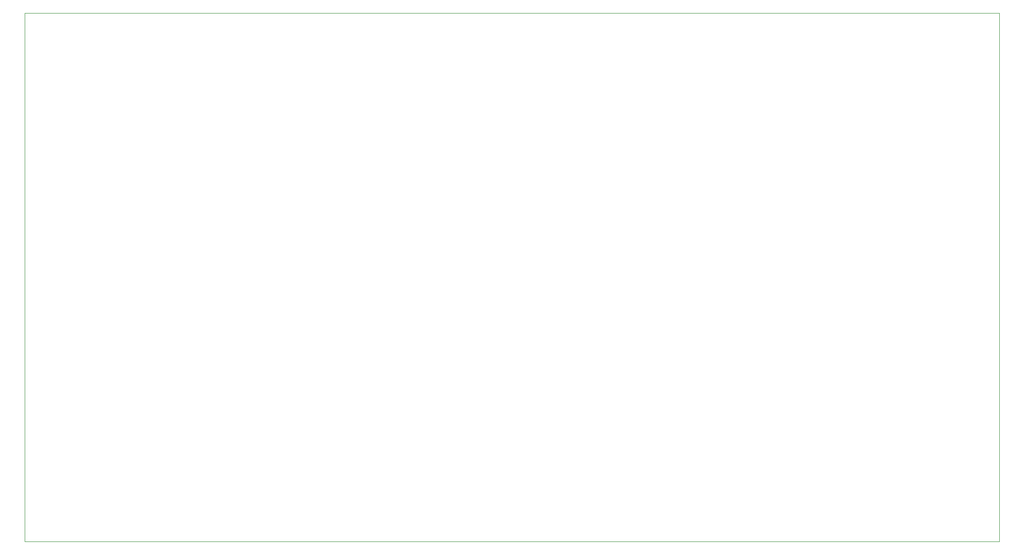
<source format=gbr>
G04 #@! TF.GenerationSoftware,KiCad,Pcbnew,5.1.6-c6e7f7d~87~ubuntu20.04.1*
G04 #@! TF.CreationDate,2020-08-28T15:14:01-04:00*
G04 #@! TF.ProjectId,gategrinder,67617465-6772-4696-9e64-65722e6b6963,rev?*
G04 #@! TF.SameCoordinates,Original*
G04 #@! TF.FileFunction,Profile,NP*
%FSLAX46Y46*%
G04 Gerber Fmt 4.6, Leading zero omitted, Abs format (unit mm)*
G04 Created by KiCad (PCBNEW 5.1.6-c6e7f7d~87~ubuntu20.04.1) date 2020-08-28 15:14:01*
%MOMM*%
%LPD*%
G01*
G04 APERTURE LIST*
G04 #@! TA.AperFunction,Profile*
%ADD10C,0.050000*%
G04 #@! TD*
G04 APERTURE END LIST*
D10*
X44000000Y-160000000D02*
X221000000Y-160000000D01*
X221000000Y-64000000D02*
X221000000Y-160000000D01*
X44000000Y-64000000D02*
X221000000Y-64000000D01*
X44000000Y-160000000D02*
X44000000Y-64000000D01*
M02*

</source>
